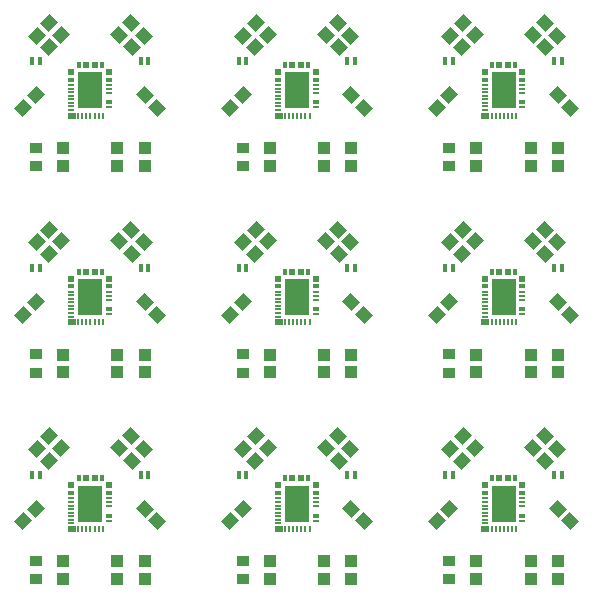
<source format=gts>
G04*
G04 #@! TF.GenerationSoftware,Altium Limited,Altium Designer,23.9.2 (47)*
G04*
G04 Layer_Color=8388736*
%FSLAX25Y25*%
%MOIN*%
G70*
G04*
G04 #@! TF.SameCoordinates,401DFDD2-2C6D-4DC6-8BE5-0435FED1B9C0*
G04*
G04*
G04 #@! TF.FilePolarity,Negative*
G04*
G01*
G75*
%ADD10R,0.02362X0.01575*%
%ADD11R,0.02362X0.00984*%
%ADD12R,0.00984X0.02362*%
%ADD13R,0.01181X0.02362*%
%ADD14R,0.02362X0.02362*%
%ADD15R,0.00787X0.02362*%
%ADD16R,0.07874X0.12205*%
%ADD17R,0.02362X0.02362*%
%ADD18R,0.02362X0.00787*%
%ADD19R,0.02756X0.02362*%
G04:AMPARAMS|DCode=35|XSize=42.36mil|YSize=44.33mil|CornerRadius=0mil|HoleSize=0mil|Usage=FLASHONLY|Rotation=45.000|XOffset=0mil|YOffset=0mil|HoleType=Round|Shape=Rectangle|*
%AMROTATEDRECTD35*
4,1,4,0.00070,-0.03065,-0.03065,0.00070,-0.00070,0.03065,0.03065,-0.00070,0.00070,-0.03065,0.0*
%
%ADD35ROTATEDRECTD35*%

%ADD36R,0.01480X0.02661*%
G04:AMPARAMS|DCode=37|XSize=42.36mil|YSize=44.33mil|CornerRadius=0mil|HoleSize=0mil|Usage=FLASHONLY|Rotation=135.000|XOffset=0mil|YOffset=0mil|HoleType=Round|Shape=Rectangle|*
%AMROTATEDRECTD37*
4,1,4,0.03065,0.00070,-0.00070,-0.03065,-0.03065,-0.00070,0.00070,0.03065,0.03065,0.00070,0.0*
%
%ADD37ROTATEDRECTD37*%

%ADD38R,0.04039X0.03646*%
%ADD39R,0.04236X0.04433*%
%ADD40C,0.02268*%
D10*
X75197Y64961D02*
D03*
Y72539D02*
D03*
X62599D02*
D03*
X6299Y64961D02*
D03*
Y72539D02*
D03*
X-6299D02*
D03*
X-62598Y64961D02*
D03*
Y72539D02*
D03*
X-75197D02*
D03*
X-62598Y-3937D02*
D03*
Y3642D02*
D03*
X-75197D02*
D03*
X6299Y-3937D02*
D03*
Y3642D02*
D03*
X-6299D02*
D03*
X75197Y-3937D02*
D03*
Y3642D02*
D03*
X62599D02*
D03*
X75197Y-72835D02*
D03*
Y-65256D02*
D03*
X62599D02*
D03*
X6299Y-72835D02*
D03*
Y-65256D02*
D03*
X-6299D02*
D03*
X-62598Y-72835D02*
D03*
Y-65256D02*
D03*
X-75197D02*
D03*
D11*
X75197Y68110D02*
D03*
Y63287D02*
D03*
Y69488D02*
D03*
X6299Y68110D02*
D03*
Y63287D02*
D03*
Y69488D02*
D03*
X-62598Y68110D02*
D03*
Y63287D02*
D03*
Y69488D02*
D03*
Y-787D02*
D03*
Y-5610D02*
D03*
Y591D02*
D03*
X6299Y-787D02*
D03*
Y-5610D02*
D03*
Y591D02*
D03*
X75197Y-787D02*
D03*
Y-5610D02*
D03*
Y591D02*
D03*
Y-69685D02*
D03*
Y-74508D02*
D03*
Y-68307D02*
D03*
X6299Y-69685D02*
D03*
Y-74508D02*
D03*
Y-68307D02*
D03*
X-62598Y-69685D02*
D03*
Y-74508D02*
D03*
Y-68307D02*
D03*
D12*
X66240Y60532D02*
D03*
X67618D02*
D03*
X68996D02*
D03*
X70374D02*
D03*
X71752D02*
D03*
X73130D02*
D03*
X-2657D02*
D03*
X-1280D02*
D03*
X98D02*
D03*
X1476D02*
D03*
X2854D02*
D03*
X4232D02*
D03*
X-71555D02*
D03*
X-70177D02*
D03*
X-68799D02*
D03*
X-67421D02*
D03*
X-66043D02*
D03*
X-64665D02*
D03*
X-71555Y-8366D02*
D03*
X-70177D02*
D03*
X-68799D02*
D03*
X-67421D02*
D03*
X-66043D02*
D03*
X-64665D02*
D03*
X-2657Y-8366D02*
D03*
X-1280D02*
D03*
X98D02*
D03*
X1476D02*
D03*
X2854D02*
D03*
X4232D02*
D03*
X66240D02*
D03*
X67618D02*
D03*
X68996D02*
D03*
X70374D02*
D03*
X71752D02*
D03*
X73130D02*
D03*
X66240Y-77264D02*
D03*
X67618D02*
D03*
X68996D02*
D03*
X70374D02*
D03*
X71752D02*
D03*
X73130D02*
D03*
X-2657D02*
D03*
X-1280D02*
D03*
X98D02*
D03*
X1476D02*
D03*
X2854D02*
D03*
X4232D02*
D03*
X-71555D02*
D03*
X-70177D02*
D03*
X-68799D02*
D03*
X-67421D02*
D03*
X-66043D02*
D03*
X-64665D02*
D03*
D13*
X72736Y77461D02*
D03*
X65059D02*
D03*
X3839D02*
D03*
X-3839D02*
D03*
X-65059D02*
D03*
X-72736D02*
D03*
X-65059Y8563D02*
D03*
X-72736D02*
D03*
X3839Y8563D02*
D03*
X-3839D02*
D03*
X72736D02*
D03*
X65059D02*
D03*
X72736Y-60335D02*
D03*
X65059D02*
D03*
X3839D02*
D03*
X-3839D02*
D03*
X-65059D02*
D03*
X-72736D02*
D03*
D14*
X70374Y77461D02*
D03*
X67421D02*
D03*
X1476D02*
D03*
X-1476D02*
D03*
X-67421D02*
D03*
X-70374D02*
D03*
X-67421Y8563D02*
D03*
X-70374D02*
D03*
X1476Y8563D02*
D03*
X-1476D02*
D03*
X70374D02*
D03*
X67421D02*
D03*
X70374Y-60335D02*
D03*
X67421D02*
D03*
X1476D02*
D03*
X-1476D02*
D03*
X-67421D02*
D03*
X-70374D02*
D03*
D15*
X64961Y60532D02*
D03*
X-3937D02*
D03*
X-72835D02*
D03*
Y-8366D02*
D03*
X-3937Y-8366D02*
D03*
X64961D02*
D03*
Y-77264D02*
D03*
X-3937D02*
D03*
X-72835D02*
D03*
D16*
X68898Y68996D02*
D03*
X0D02*
D03*
X-68898D02*
D03*
Y98D02*
D03*
X0Y98D02*
D03*
X68898D02*
D03*
Y-68799D02*
D03*
X0D02*
D03*
X-68898D02*
D03*
D17*
X75197Y75099D02*
D03*
X62598Y75098D02*
D03*
X6299Y75099D02*
D03*
X-6299Y75098D02*
D03*
X-62598Y75099D02*
D03*
X-75197Y75098D02*
D03*
X-62598Y6201D02*
D03*
X-75197Y6201D02*
D03*
X6299Y6201D02*
D03*
X-6299Y6201D02*
D03*
X75197Y6201D02*
D03*
X62598Y6201D02*
D03*
X75197Y-62697D02*
D03*
X62598Y-62697D02*
D03*
X6299Y-62697D02*
D03*
X-6299Y-62697D02*
D03*
X-62598Y-62697D02*
D03*
X-75197Y-62697D02*
D03*
D18*
X75197Y70768D02*
D03*
X62599Y68405D02*
D03*
Y67224D02*
D03*
Y66043D02*
D03*
Y64862D02*
D03*
Y63681D02*
D03*
Y62500D02*
D03*
Y70768D02*
D03*
Y69587D02*
D03*
X6299Y70768D02*
D03*
X-6299Y68405D02*
D03*
Y67224D02*
D03*
Y66043D02*
D03*
Y64862D02*
D03*
Y63681D02*
D03*
Y62500D02*
D03*
Y70768D02*
D03*
Y69587D02*
D03*
X-62598Y70768D02*
D03*
X-75197Y68405D02*
D03*
Y67224D02*
D03*
Y66043D02*
D03*
Y64862D02*
D03*
Y63681D02*
D03*
Y62500D02*
D03*
Y70768D02*
D03*
Y69587D02*
D03*
X-62598Y1870D02*
D03*
X-75197Y-492D02*
D03*
Y-1673D02*
D03*
Y-2854D02*
D03*
Y-4035D02*
D03*
Y-5217D02*
D03*
Y-6398D02*
D03*
Y1870D02*
D03*
Y689D02*
D03*
X6299Y1870D02*
D03*
X-6299Y-492D02*
D03*
Y-1673D02*
D03*
Y-2854D02*
D03*
Y-4035D02*
D03*
Y-5217D02*
D03*
Y-6398D02*
D03*
Y1870D02*
D03*
Y689D02*
D03*
X75197Y1870D02*
D03*
X62599Y-492D02*
D03*
Y-1673D02*
D03*
Y-2854D02*
D03*
Y-4035D02*
D03*
Y-5217D02*
D03*
Y-6398D02*
D03*
Y1870D02*
D03*
Y689D02*
D03*
X75197Y-67027D02*
D03*
X62599Y-69390D02*
D03*
Y-70571D02*
D03*
Y-71752D02*
D03*
Y-72933D02*
D03*
Y-74114D02*
D03*
Y-75295D02*
D03*
Y-67027D02*
D03*
Y-68209D02*
D03*
X6299Y-67027D02*
D03*
X-6299Y-69390D02*
D03*
Y-70571D02*
D03*
Y-71752D02*
D03*
Y-72933D02*
D03*
Y-74114D02*
D03*
Y-75295D02*
D03*
Y-67027D02*
D03*
Y-68209D02*
D03*
X-62598Y-67027D02*
D03*
X-75197Y-69390D02*
D03*
Y-70571D02*
D03*
Y-71752D02*
D03*
Y-72933D02*
D03*
Y-74114D02*
D03*
Y-75295D02*
D03*
Y-67027D02*
D03*
Y-68209D02*
D03*
D19*
X62795Y60532D02*
D03*
X-6102D02*
D03*
X-75000D02*
D03*
Y-8366D02*
D03*
X-6102Y-8366D02*
D03*
X62795D02*
D03*
Y-77264D02*
D03*
X-6102D02*
D03*
X-75000D02*
D03*
D35*
X87008Y67323D02*
D03*
X91184Y63147D02*
D03*
X78621Y87521D02*
D03*
X82797Y83345D02*
D03*
X82558Y91458D02*
D03*
X86734Y87282D02*
D03*
X18110Y67323D02*
D03*
X22286Y63147D02*
D03*
X9723Y87521D02*
D03*
X13899Y83345D02*
D03*
X13660Y91458D02*
D03*
X17836Y87282D02*
D03*
X-50787Y67323D02*
D03*
X-46612Y63147D02*
D03*
X-59175Y87521D02*
D03*
X-54999Y83345D02*
D03*
X-55238Y91458D02*
D03*
X-51062Y87282D02*
D03*
X-50787Y-1575D02*
D03*
X-46612Y-5751D02*
D03*
X-59175Y18623D02*
D03*
X-54999Y14447D02*
D03*
X-55238Y22560D02*
D03*
X-51062Y18384D02*
D03*
X18110Y-1575D02*
D03*
X22286Y-5751D02*
D03*
X9723Y18623D02*
D03*
X13899Y14447D02*
D03*
X13660Y22560D02*
D03*
X17836Y18384D02*
D03*
X87008Y-1575D02*
D03*
X91184Y-5751D02*
D03*
X78621Y18623D02*
D03*
X82797Y14447D02*
D03*
X82558Y22560D02*
D03*
X86734Y18384D02*
D03*
X87008Y-70472D02*
D03*
X91184Y-74648D02*
D03*
X78621Y-50274D02*
D03*
X82797Y-54450D02*
D03*
X82558Y-46337D02*
D03*
X86734Y-50513D02*
D03*
X18110Y-70472D02*
D03*
X22286Y-74648D02*
D03*
X9723Y-50274D02*
D03*
X13899Y-54450D02*
D03*
X13660Y-46337D02*
D03*
X17836Y-50513D02*
D03*
X-50787Y-70472D02*
D03*
X-46612Y-74648D02*
D03*
X-59175Y-50274D02*
D03*
X-54999Y-54450D02*
D03*
X-55238Y-46337D02*
D03*
X-51062Y-50513D02*
D03*
D36*
X85728Y78740D02*
D03*
X88287D02*
D03*
X52067D02*
D03*
X49508D02*
D03*
X16831D02*
D03*
X19390D02*
D03*
X-16831D02*
D03*
X-19390D02*
D03*
X-52067D02*
D03*
X-49508D02*
D03*
X-85728D02*
D03*
X-88287D02*
D03*
X-52067Y9843D02*
D03*
X-49508D02*
D03*
X-85728D02*
D03*
X-88287D02*
D03*
X16831Y9843D02*
D03*
X19390D02*
D03*
X-16831D02*
D03*
X-19390D02*
D03*
X85728D02*
D03*
X88287D02*
D03*
X52067D02*
D03*
X49508D02*
D03*
X85728Y-59055D02*
D03*
X88287D02*
D03*
X52067D02*
D03*
X49508D02*
D03*
X16831D02*
D03*
X19390D02*
D03*
X-16831D02*
D03*
X-19390D02*
D03*
X-52067D02*
D03*
X-49508D02*
D03*
X-85728D02*
D03*
X-88287D02*
D03*
D37*
X59252Y87521D02*
D03*
X50787Y67323D02*
D03*
X46612Y63147D02*
D03*
X55238Y91458D02*
D03*
X51062Y87282D02*
D03*
X54999Y83345D02*
D03*
X-9646Y87521D02*
D03*
X-18110Y67323D02*
D03*
X-22286Y63147D02*
D03*
X-13660Y91458D02*
D03*
X-17836Y87282D02*
D03*
X-13899Y83345D02*
D03*
X-78543Y87521D02*
D03*
X-87008Y67323D02*
D03*
X-91184Y63147D02*
D03*
X-82558Y91458D02*
D03*
X-86734Y87282D02*
D03*
X-82797Y83345D02*
D03*
X-78543Y18623D02*
D03*
X-87008Y-1575D02*
D03*
X-91184Y-5751D02*
D03*
X-82558Y22560D02*
D03*
X-86734Y18384D02*
D03*
X-82797Y14447D02*
D03*
X-9646Y18623D02*
D03*
X-18110Y-1575D02*
D03*
X-22286Y-5751D02*
D03*
X-13660Y22560D02*
D03*
X-17836Y18384D02*
D03*
X-13899Y14447D02*
D03*
X59252Y18623D02*
D03*
X50787Y-1575D02*
D03*
X46612Y-5751D02*
D03*
X55238Y22560D02*
D03*
X51062Y18384D02*
D03*
X54999Y14447D02*
D03*
X59252Y-50274D02*
D03*
X50787Y-70472D02*
D03*
X46612Y-74648D02*
D03*
X55238Y-46337D02*
D03*
X51062Y-50513D02*
D03*
X54999Y-54450D02*
D03*
X-9646Y-50274D02*
D03*
X-18110Y-70472D02*
D03*
X-22286Y-74648D02*
D03*
X-13660Y-46337D02*
D03*
X-17836Y-50513D02*
D03*
X-13899Y-54450D02*
D03*
X-78543Y-50274D02*
D03*
X-87008Y-70472D02*
D03*
X-91184Y-74648D02*
D03*
X-82558Y-46337D02*
D03*
X-86734Y-50513D02*
D03*
X-82797Y-54450D02*
D03*
D38*
X50787Y49902D02*
D03*
Y43799D02*
D03*
X-18110Y49902D02*
D03*
Y43799D02*
D03*
X-87008Y49902D02*
D03*
Y43799D02*
D03*
Y-18996D02*
D03*
Y-25098D02*
D03*
X-18110Y-18996D02*
D03*
Y-25098D02*
D03*
X50787Y-18996D02*
D03*
Y-25098D02*
D03*
Y-87894D02*
D03*
Y-93996D02*
D03*
X-18110Y-87894D02*
D03*
Y-93996D02*
D03*
X-87008Y-87894D02*
D03*
Y-93996D02*
D03*
D39*
X87008Y49803D02*
D03*
Y43898D02*
D03*
X77953Y49803D02*
D03*
Y43898D02*
D03*
X59842Y49803D02*
D03*
Y43898D02*
D03*
X18110Y49803D02*
D03*
Y43898D02*
D03*
X9055Y49803D02*
D03*
Y43898D02*
D03*
X-9055Y49803D02*
D03*
Y43898D02*
D03*
X-50787Y49803D02*
D03*
Y43898D02*
D03*
X-59842Y49803D02*
D03*
Y43898D02*
D03*
X-77953Y49803D02*
D03*
Y43898D02*
D03*
X-50787Y-19094D02*
D03*
Y-25000D02*
D03*
X-59842Y-19094D02*
D03*
Y-25000D02*
D03*
X-77953Y-19094D02*
D03*
Y-25000D02*
D03*
X18110Y-19094D02*
D03*
Y-25000D02*
D03*
X9055Y-19094D02*
D03*
Y-25000D02*
D03*
X-9055Y-19094D02*
D03*
Y-25000D02*
D03*
X87008Y-19094D02*
D03*
Y-25000D02*
D03*
X77953Y-19094D02*
D03*
Y-25000D02*
D03*
X59842Y-19094D02*
D03*
Y-25000D02*
D03*
X87008Y-87992D02*
D03*
Y-93898D02*
D03*
X77953Y-87992D02*
D03*
Y-93898D02*
D03*
X59842Y-87992D02*
D03*
Y-93898D02*
D03*
X18110Y-87992D02*
D03*
Y-93898D02*
D03*
X9055Y-87992D02*
D03*
Y-93898D02*
D03*
X-9055Y-87992D02*
D03*
Y-93898D02*
D03*
X-50787Y-87992D02*
D03*
Y-93898D02*
D03*
X-59842Y-87992D02*
D03*
Y-93898D02*
D03*
X-77953Y-87992D02*
D03*
Y-93898D02*
D03*
D40*
X87008Y43898D02*
D03*
X77953D02*
D03*
X59842D02*
D03*
X50787Y43799D02*
D03*
Y67323D02*
D03*
X87008D02*
D03*
X55315Y91536D02*
D03*
X82480D02*
D03*
X18110Y43898D02*
D03*
X9055D02*
D03*
X-9055D02*
D03*
X-18110Y43799D02*
D03*
Y67323D02*
D03*
X18110D02*
D03*
X-13583Y91536D02*
D03*
X13583D02*
D03*
X-50787Y43898D02*
D03*
X-59842D02*
D03*
X-77953D02*
D03*
X-87008Y43799D02*
D03*
Y67323D02*
D03*
X-50787D02*
D03*
X-82480Y91536D02*
D03*
X-55315D02*
D03*
X-50787Y-25000D02*
D03*
X-59842D02*
D03*
X-77953D02*
D03*
X-87008Y-25098D02*
D03*
Y-1575D02*
D03*
X-50787D02*
D03*
X-82480Y22638D02*
D03*
X-55315D02*
D03*
X18110Y-25000D02*
D03*
X9055D02*
D03*
X-9055D02*
D03*
X-18110Y-25098D02*
D03*
Y-1575D02*
D03*
X18110D02*
D03*
X-13583Y22638D02*
D03*
X13583D02*
D03*
X87008Y-25000D02*
D03*
X77953D02*
D03*
X59842D02*
D03*
X50787Y-25098D02*
D03*
Y-1575D02*
D03*
X87008D02*
D03*
X55315Y22638D02*
D03*
X82480D02*
D03*
X87008Y-93898D02*
D03*
X77953D02*
D03*
X59842D02*
D03*
X50787Y-93996D02*
D03*
Y-70472D02*
D03*
X87008D02*
D03*
X55315Y-46260D02*
D03*
X82480D02*
D03*
X18110Y-93898D02*
D03*
X9055D02*
D03*
X-9055D02*
D03*
X-18110Y-93996D02*
D03*
Y-70472D02*
D03*
X18110D02*
D03*
X-13583Y-46260D02*
D03*
X13583D02*
D03*
X-50787Y-93898D02*
D03*
X-59842D02*
D03*
X-77953D02*
D03*
X-87008Y-93996D02*
D03*
Y-70472D02*
D03*
X-50787D02*
D03*
X-82480Y-46260D02*
D03*
X-55315D02*
D03*
M02*

</source>
